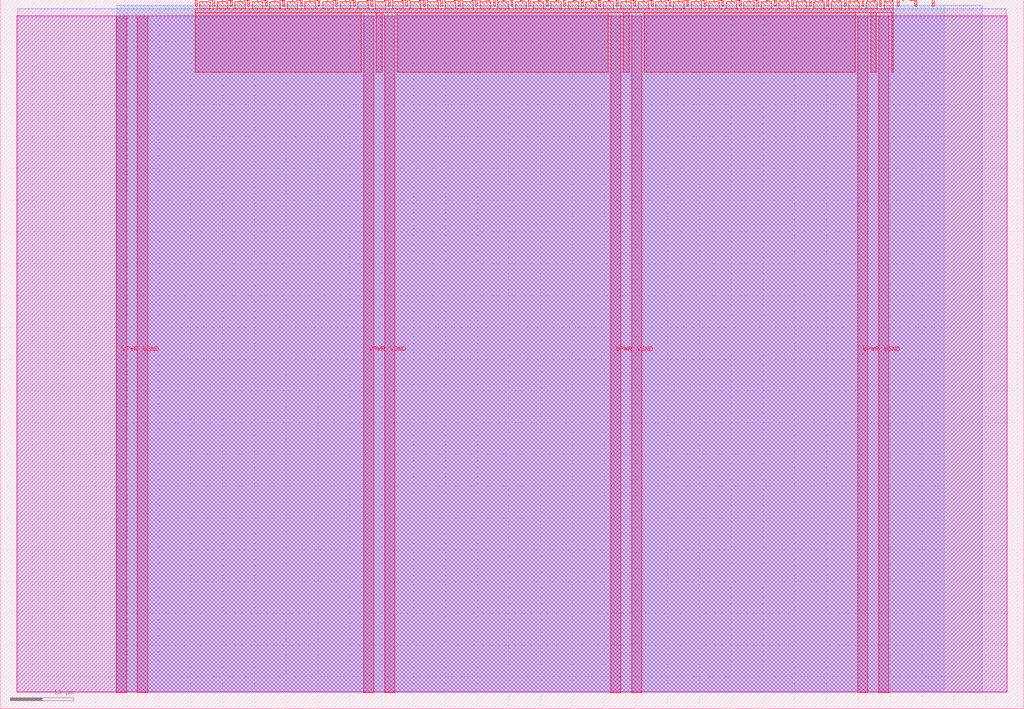
<source format=lef>
VERSION 5.7 ;
  NOWIREEXTENSIONATPIN ON ;
  DIVIDERCHAR "/" ;
  BUSBITCHARS "[]" ;
MACRO tt_um_sortaALUAriaMitra
  CLASS BLOCK ;
  FOREIGN tt_um_sortaALUAriaMitra ;
  ORIGIN 0.000 0.000 ;
  SIZE 161.000 BY 111.520 ;
  PIN VGND
    DIRECTION INOUT ;
    USE GROUND ;
    PORT
      LAYER met4 ;
        RECT 21.580 2.480 23.180 109.040 ;
    END
    PORT
      LAYER met4 ;
        RECT 60.450 2.480 62.050 109.040 ;
    END
    PORT
      LAYER met4 ;
        RECT 99.320 2.480 100.920 109.040 ;
    END
    PORT
      LAYER met4 ;
        RECT 138.190 2.480 139.790 109.040 ;
    END
  END VGND
  PIN VPWR
    DIRECTION INOUT ;
    USE POWER ;
    PORT
      LAYER met4 ;
        RECT 18.280 2.480 19.880 109.040 ;
    END
    PORT
      LAYER met4 ;
        RECT 57.150 2.480 58.750 109.040 ;
    END
    PORT
      LAYER met4 ;
        RECT 96.020 2.480 97.620 109.040 ;
    END
    PORT
      LAYER met4 ;
        RECT 134.890 2.480 136.490 109.040 ;
    END
  END VPWR
  PIN clk
    DIRECTION INPUT ;
    USE SIGNAL ;
    PORT
      LAYER met4 ;
        RECT 143.830 110.520 144.130 111.520 ;
    END
  END clk
  PIN ena
    DIRECTION INPUT ;
    USE SIGNAL ;
    PORT
      LAYER met4 ;
        RECT 146.590 110.520 146.890 111.520 ;
    END
  END ena
  PIN rst_n
    DIRECTION INPUT ;
    USE SIGNAL ;
    PORT
      LAYER met4 ;
        RECT 141.070 110.520 141.370 111.520 ;
    END
  END rst_n
  PIN ui_in[0]
    DIRECTION INPUT ;
    USE SIGNAL ;
    ANTENNAGATEAREA 0.213000 ;
    PORT
      LAYER met4 ;
        RECT 138.310 110.520 138.610 111.520 ;
    END
  END ui_in[0]
  PIN ui_in[1]
    DIRECTION INPUT ;
    USE SIGNAL ;
    ANTENNAGATEAREA 0.196500 ;
    PORT
      LAYER met4 ;
        RECT 135.550 110.520 135.850 111.520 ;
    END
  END ui_in[1]
  PIN ui_in[2]
    DIRECTION INPUT ;
    USE SIGNAL ;
    ANTENNAGATEAREA 0.196500 ;
    PORT
      LAYER met4 ;
        RECT 132.790 110.520 133.090 111.520 ;
    END
  END ui_in[2]
  PIN ui_in[3]
    DIRECTION INPUT ;
    USE SIGNAL ;
    ANTENNAGATEAREA 0.159000 ;
    PORT
      LAYER met4 ;
        RECT 130.030 110.520 130.330 111.520 ;
    END
  END ui_in[3]
  PIN ui_in[4]
    DIRECTION INPUT ;
    USE SIGNAL ;
    ANTENNAGATEAREA 0.126000 ;
    PORT
      LAYER met4 ;
        RECT 127.270 110.520 127.570 111.520 ;
    END
  END ui_in[4]
  PIN ui_in[5]
    DIRECTION INPUT ;
    USE SIGNAL ;
    ANTENNAGATEAREA 0.196500 ;
    PORT
      LAYER met4 ;
        RECT 124.510 110.520 124.810 111.520 ;
    END
  END ui_in[5]
  PIN ui_in[6]
    DIRECTION INPUT ;
    USE SIGNAL ;
    ANTENNAGATEAREA 0.126000 ;
    PORT
      LAYER met4 ;
        RECT 121.750 110.520 122.050 111.520 ;
    END
  END ui_in[6]
  PIN ui_in[7]
    DIRECTION INPUT ;
    USE SIGNAL ;
    ANTENNAGATEAREA 0.159000 ;
    PORT
      LAYER met4 ;
        RECT 118.990 110.520 119.290 111.520 ;
    END
  END ui_in[7]
  PIN uio_in[0]
    DIRECTION INPUT ;
    USE SIGNAL ;
    ANTENNAGATEAREA 0.196500 ;
    PORT
      LAYER met4 ;
        RECT 116.230 110.520 116.530 111.520 ;
    END
  END uio_in[0]
  PIN uio_in[1]
    DIRECTION INPUT ;
    USE SIGNAL ;
    ANTENNAGATEAREA 0.196500 ;
    PORT
      LAYER met4 ;
        RECT 113.470 110.520 113.770 111.520 ;
    END
  END uio_in[1]
  PIN uio_in[2]
    DIRECTION INPUT ;
    USE SIGNAL ;
    ANTENNAGATEAREA 0.213000 ;
    PORT
      LAYER met4 ;
        RECT 110.710 110.520 111.010 111.520 ;
    END
  END uio_in[2]
  PIN uio_in[3]
    DIRECTION INPUT ;
    USE SIGNAL ;
    ANTENNAGATEAREA 0.213000 ;
    PORT
      LAYER met4 ;
        RECT 107.950 110.520 108.250 111.520 ;
    END
  END uio_in[3]
  PIN uio_in[4]
    DIRECTION INPUT ;
    USE SIGNAL ;
    ANTENNAGATEAREA 0.213000 ;
    PORT
      LAYER met4 ;
        RECT 105.190 110.520 105.490 111.520 ;
    END
  END uio_in[4]
  PIN uio_in[5]
    DIRECTION INPUT ;
    USE SIGNAL ;
    ANTENNAGATEAREA 0.213000 ;
    PORT
      LAYER met4 ;
        RECT 102.430 110.520 102.730 111.520 ;
    END
  END uio_in[5]
  PIN uio_in[6]
    DIRECTION INPUT ;
    USE SIGNAL ;
    ANTENNAGATEAREA 0.213000 ;
    PORT
      LAYER met4 ;
        RECT 99.670 110.520 99.970 111.520 ;
    END
  END uio_in[6]
  PIN uio_in[7]
    DIRECTION INPUT ;
    USE SIGNAL ;
    ANTENNAGATEAREA 0.159000 ;
    PORT
      LAYER met4 ;
        RECT 96.910 110.520 97.210 111.520 ;
    END
  END uio_in[7]
  PIN uio_oe[0]
    DIRECTION OUTPUT ;
    USE SIGNAL ;
    PORT
      LAYER met4 ;
        RECT 49.990 110.520 50.290 111.520 ;
    END
  END uio_oe[0]
  PIN uio_oe[1]
    DIRECTION OUTPUT ;
    USE SIGNAL ;
    PORT
      LAYER met4 ;
        RECT 47.230 110.520 47.530 111.520 ;
    END
  END uio_oe[1]
  PIN uio_oe[2]
    DIRECTION OUTPUT ;
    USE SIGNAL ;
    PORT
      LAYER met4 ;
        RECT 44.470 110.520 44.770 111.520 ;
    END
  END uio_oe[2]
  PIN uio_oe[3]
    DIRECTION OUTPUT ;
    USE SIGNAL ;
    PORT
      LAYER met4 ;
        RECT 41.710 110.520 42.010 111.520 ;
    END
  END uio_oe[3]
  PIN uio_oe[4]
    DIRECTION OUTPUT ;
    USE SIGNAL ;
    PORT
      LAYER met4 ;
        RECT 38.950 110.520 39.250 111.520 ;
    END
  END uio_oe[4]
  PIN uio_oe[5]
    DIRECTION OUTPUT ;
    USE SIGNAL ;
    PORT
      LAYER met4 ;
        RECT 36.190 110.520 36.490 111.520 ;
    END
  END uio_oe[5]
  PIN uio_oe[6]
    DIRECTION OUTPUT ;
    USE SIGNAL ;
    PORT
      LAYER met4 ;
        RECT 33.430 110.520 33.730 111.520 ;
    END
  END uio_oe[6]
  PIN uio_oe[7]
    DIRECTION OUTPUT ;
    USE SIGNAL ;
    PORT
      LAYER met4 ;
        RECT 30.670 110.520 30.970 111.520 ;
    END
  END uio_oe[7]
  PIN uio_out[0]
    DIRECTION OUTPUT ;
    USE SIGNAL ;
    PORT
      LAYER met4 ;
        RECT 72.070 110.520 72.370 111.520 ;
    END
  END uio_out[0]
  PIN uio_out[1]
    DIRECTION OUTPUT ;
    USE SIGNAL ;
    PORT
      LAYER met4 ;
        RECT 69.310 110.520 69.610 111.520 ;
    END
  END uio_out[1]
  PIN uio_out[2]
    DIRECTION OUTPUT ;
    USE SIGNAL ;
    PORT
      LAYER met4 ;
        RECT 66.550 110.520 66.850 111.520 ;
    END
  END uio_out[2]
  PIN uio_out[3]
    DIRECTION OUTPUT ;
    USE SIGNAL ;
    PORT
      LAYER met4 ;
        RECT 63.790 110.520 64.090 111.520 ;
    END
  END uio_out[3]
  PIN uio_out[4]
    DIRECTION OUTPUT ;
    USE SIGNAL ;
    PORT
      LAYER met4 ;
        RECT 61.030 110.520 61.330 111.520 ;
    END
  END uio_out[4]
  PIN uio_out[5]
    DIRECTION OUTPUT ;
    USE SIGNAL ;
    PORT
      LAYER met4 ;
        RECT 58.270 110.520 58.570 111.520 ;
    END
  END uio_out[5]
  PIN uio_out[6]
    DIRECTION OUTPUT ;
    USE SIGNAL ;
    PORT
      LAYER met4 ;
        RECT 55.510 110.520 55.810 111.520 ;
    END
  END uio_out[6]
  PIN uio_out[7]
    DIRECTION OUTPUT ;
    USE SIGNAL ;
    PORT
      LAYER met4 ;
        RECT 52.750 110.520 53.050 111.520 ;
    END
  END uio_out[7]
  PIN uo_out[0]
    DIRECTION OUTPUT ;
    USE SIGNAL ;
    ANTENNADIFFAREA 0.643500 ;
    PORT
      LAYER met4 ;
        RECT 94.150 110.520 94.450 111.520 ;
    END
  END uo_out[0]
  PIN uo_out[1]
    DIRECTION OUTPUT ;
    USE SIGNAL ;
    ANTENNADIFFAREA 0.924000 ;
    PORT
      LAYER met4 ;
        RECT 91.390 110.520 91.690 111.520 ;
    END
  END uo_out[1]
  PIN uo_out[2]
    DIRECTION OUTPUT ;
    USE SIGNAL ;
    ANTENNADIFFAREA 0.924000 ;
    PORT
      LAYER met4 ;
        RECT 88.630 110.520 88.930 111.520 ;
    END
  END uo_out[2]
  PIN uo_out[3]
    DIRECTION OUTPUT ;
    USE SIGNAL ;
    ANTENNADIFFAREA 0.934000 ;
    PORT
      LAYER met4 ;
        RECT 85.870 110.520 86.170 111.520 ;
    END
  END uo_out[3]
  PIN uo_out[4]
    DIRECTION OUTPUT ;
    USE SIGNAL ;
    ANTENNADIFFAREA 0.891000 ;
    PORT
      LAYER met4 ;
        RECT 83.110 110.520 83.410 111.520 ;
    END
  END uo_out[4]
  PIN uo_out[5]
    DIRECTION OUTPUT ;
    USE SIGNAL ;
    ANTENNADIFFAREA 0.891000 ;
    PORT
      LAYER met4 ;
        RECT 80.350 110.520 80.650 111.520 ;
    END
  END uo_out[5]
  PIN uo_out[6]
    DIRECTION OUTPUT ;
    USE SIGNAL ;
    ANTENNADIFFAREA 0.445500 ;
    PORT
      LAYER met4 ;
        RECT 77.590 110.520 77.890 111.520 ;
    END
  END uo_out[6]
  PIN uo_out[7]
    DIRECTION OUTPUT ;
    USE SIGNAL ;
    ANTENNADIFFAREA 0.891000 ;
    PORT
      LAYER met4 ;
        RECT 74.830 110.520 75.130 111.520 ;
    END
  END uo_out[7]
  OBS
      LAYER nwell ;
        RECT 2.570 2.635 158.430 108.990 ;
      LAYER li1 ;
        RECT 2.760 2.635 158.240 108.885 ;
      LAYER met1 ;
        RECT 2.760 2.480 158.240 110.120 ;
      LAYER met2 ;
        RECT 18.310 2.535 154.460 110.685 ;
      LAYER met3 ;
        RECT 18.290 2.555 148.515 110.665 ;
      LAYER met4 ;
        RECT 31.370 110.120 33.030 111.170 ;
        RECT 34.130 110.120 35.790 111.170 ;
        RECT 36.890 110.120 38.550 111.170 ;
        RECT 39.650 110.120 41.310 111.170 ;
        RECT 42.410 110.120 44.070 111.170 ;
        RECT 45.170 110.120 46.830 111.170 ;
        RECT 47.930 110.120 49.590 111.170 ;
        RECT 50.690 110.120 52.350 111.170 ;
        RECT 53.450 110.120 55.110 111.170 ;
        RECT 56.210 110.120 57.870 111.170 ;
        RECT 58.970 110.120 60.630 111.170 ;
        RECT 61.730 110.120 63.390 111.170 ;
        RECT 64.490 110.120 66.150 111.170 ;
        RECT 67.250 110.120 68.910 111.170 ;
        RECT 70.010 110.120 71.670 111.170 ;
        RECT 72.770 110.120 74.430 111.170 ;
        RECT 75.530 110.120 77.190 111.170 ;
        RECT 78.290 110.120 79.950 111.170 ;
        RECT 81.050 110.120 82.710 111.170 ;
        RECT 83.810 110.120 85.470 111.170 ;
        RECT 86.570 110.120 88.230 111.170 ;
        RECT 89.330 110.120 90.990 111.170 ;
        RECT 92.090 110.120 93.750 111.170 ;
        RECT 94.850 110.120 96.510 111.170 ;
        RECT 97.610 110.120 99.270 111.170 ;
        RECT 100.370 110.120 102.030 111.170 ;
        RECT 103.130 110.120 104.790 111.170 ;
        RECT 105.890 110.120 107.550 111.170 ;
        RECT 108.650 110.120 110.310 111.170 ;
        RECT 111.410 110.120 113.070 111.170 ;
        RECT 114.170 110.120 115.830 111.170 ;
        RECT 116.930 110.120 118.590 111.170 ;
        RECT 119.690 110.120 121.350 111.170 ;
        RECT 122.450 110.120 124.110 111.170 ;
        RECT 125.210 110.120 126.870 111.170 ;
        RECT 127.970 110.120 129.630 111.170 ;
        RECT 130.730 110.120 132.390 111.170 ;
        RECT 133.490 110.120 135.150 111.170 ;
        RECT 136.250 110.120 137.910 111.170 ;
        RECT 139.010 110.120 140.465 111.170 ;
        RECT 30.655 109.440 140.465 110.120 ;
        RECT 30.655 100.135 56.750 109.440 ;
        RECT 59.150 100.135 60.050 109.440 ;
        RECT 62.450 100.135 95.620 109.440 ;
        RECT 98.020 100.135 98.920 109.440 ;
        RECT 101.320 100.135 134.490 109.440 ;
        RECT 136.890 100.135 137.790 109.440 ;
        RECT 140.190 100.135 140.465 109.440 ;
  END
END tt_um_sortaALUAriaMitra
END LIBRARY


</source>
